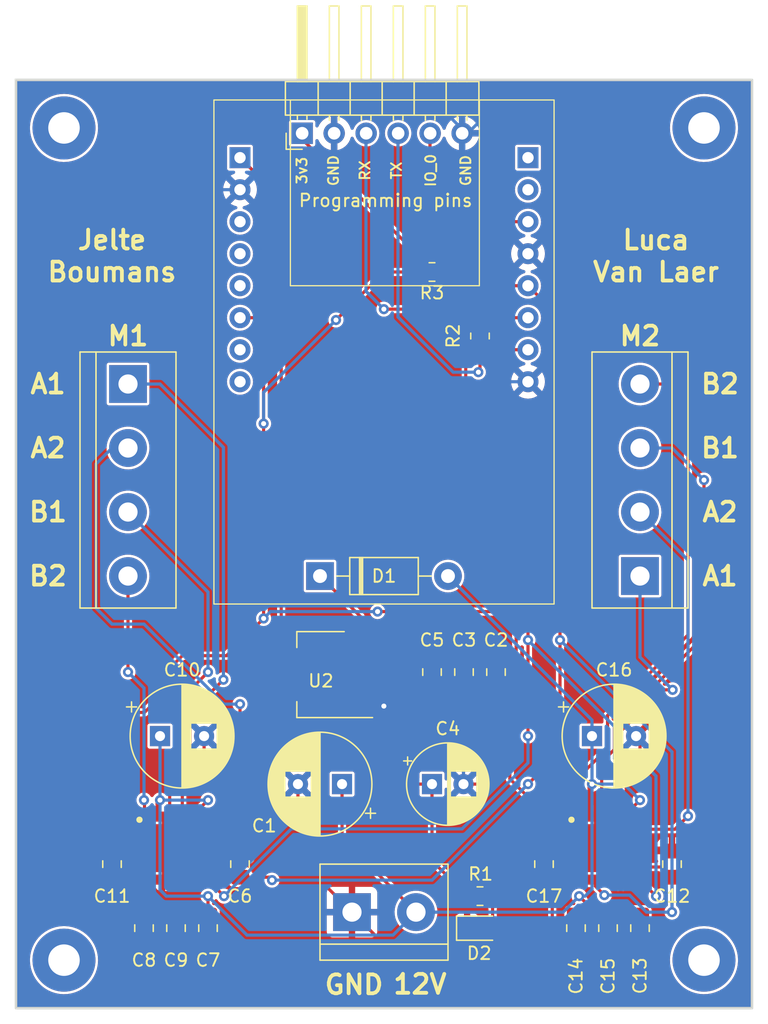
<source format=kicad_pcb>
(kicad_pcb (version 20211014) (generator pcbnew)
  (layers (0 "F.Cu" signal) (31 "B.Cu" signal) (34 "B.Paste" user) (35 "F.Paste" user) (36 "B.SilkS" user "B.Silkscreen") (37 "F.SilkS" user "F.Silkscreen") (38 "B.Mask" user) (39 "F.Mask" user) (44 "Edge.Cuts" user))
  (net 0 "")
  (net 1 "M1A1")
  (net 2 "M1A2")
  (net 3 "M1B1")
  (net 4 "M1B2")
  (net 5 "M2A1")
  (net 6 "M2A2")
  (net 7 "M2B1")
  (net 8 "M2B2")
  (net 9 "GND")
  (net 10 "Vmot")
  (net 12 "Net-(C11-Pad2)")
  (net 13 "Net-(C11-Pad1)")
  (net 14 "Net-(C7-Pad2)")
  (net 19 "RXD")
  (net 20 "3.3V")
  (net 23 "Net-(C17-Pad2)")
  (net 24 "Net-(C17-Pad1)")
  (net 25 "Net-(C13-Pad2)")
  (net 31 "5V")
  (net 32 "Net-(D2-Pad2)")
  (net 33 "Net-(C2-Pad1)")
  (net 34 "FLASH_PIN")
  (net 36 "ENN")
  (net 40 "PROG_PIN")
  (net 41 "TXD")
  (footprint "" (layer "F.Cu") (at 168.91 137.16)
    (fp_text reference "")
    (fp_text value "")
  )
  (footprint "TMC2209-LA:TMC2209-LA" (layer "F.Cu") (at 161.29 128.27)
    (fp_text reference "IC2" hide)
    (fp_text value "TMC2209-LA" hide)
  )
  (footprint "Diode_THT:D_DO-41_SOD81_P10.16mm_Horizontal" (layer "F.Cu") (at 138.43 106.68)
    (fp_text reference "D1")
    (fp_text value "1N4004" hide)
  )
  (footprint "Resistor_SMD:R_0805_2012Metric_Pad1.20x1.40mm_HandSolder" (layer "F.Cu") (at 151.13 87.63 -90)
    (fp_text reference "R2")
    (fp_text value "1kOhm" hide)
  )
  (footprint "Package_TO_SOT_SMD:SOT-223-3_TabPin2" (layer "F.Cu") (at 138.5 114.5 180)
    (fp_text reference "U2")
    (fp_text value "LD1117S50" hide)
  )
  (footprint "Capacitor_SMD:C_0805_2012Metric_Pad1.18x1.45mm_HandSolder" (layer "F.Cu") (at 129.54 134.62 -90)
    (fp_text reference "C7")
    (fp_text value "100nF" hide)
  )
  (footprint "Capacitor_SMD:C_0805_2012Metric_Pad1.18x1.45mm_HandSolder" (layer "F.Cu") (at 127 134.62 -90)
    (fp_text reference "C9")
    (fp_text value "100nF" hide)
  )
  (footprint "Capacitor_SMD:C_0805_2012Metric_Pad1.18x1.45mm_HandSolder" (layer "F.Cu") (at 152.4 114.3 -90)
    (fp_text reference "C2")
    (fp_text value "0.47µF" hide)
  )
  (footprint "" (layer "F.Cu") (at 118.11 71.12)
    (fp_text reference "")
    (fp_text value "")
  )
  (footprint "Capacitor_THT:CP_Radial_D8.0mm_P3.50mm" (layer "F.Cu") (at 125.73 119.38)
    (fp_text reference "C10")
    (fp_text value "100µF" hide)
  )
  (footprint "Connector_PinHeader_2.54mm:PinHeader_1x06_P2.54mm_Horizontal" (layer "F.Cu") (at 137.013682 71.541861 90)
    (fp_text reference "J1" hide)
    (fp_text value "Programming pins")
  )
  (footprint "Capacitor_SMD:C_0805_2012Metric_Pad1.18x1.45mm_HandSolder" (layer "F.Cu") (at 166.37 129.54 90)
    (fp_text reference "C12")
    (fp_text value "100nF" hide)
  )
  (footprint "TerminalBlock:TerminalBlock_bornier-4_P5.08mm" (layer "F.Cu") (at 123.19 91.44 -90)
    (fp_text reference "Motor_ConnectorL" hide)
    (fp_text value "Screw_Terminal_01x04" hide)
  )
  (footprint "ESP32-CAM:ESP32-CAM" (layer "F.Cu") (at 132.08 91.26)
    (fp_text reference "U1" hide)
    (fp_text value "ESP32-CAM" hide)
  )
  (footprint "" (layer "F.Cu") (at 118.11 137.16)
    (fp_text reference "")
    (fp_text value "")
  )
  (footprint "Capacitor_SMD:C_0805_2012Metric_Pad1.18x1.45mm_HandSolder" (layer "F.Cu") (at 124.46 134.62 -90)
    (fp_text reference "C8")
    (fp_text value "100nF" hide)
  )
  (footprint "TerminalBlock:TerminalBlock_bornier-2_P5.08mm" (layer "F.Cu") (at 140.97 133.35)
    (fp_text reference "Power1" hide)
    (fp_text value "Screw_Terminal_01x02" hide)
  )
  (footprint "Capacitor_SMD:C_0805_2012Metric_Pad1.18x1.45mm_HandSolder" (layer "F.Cu") (at 147.32 114.3 -90)
    (fp_text reference "C5")
    (fp_text value "0.1µF" hide)
  )
  (footprint "Capacitor_SMD:C_0805_2012Metric_Pad1.18x1.45mm_HandSolder" (layer "F.Cu") (at 156.21 129.54 90)
    (fp_text reference "C17")
    (fp_text value "22nF" hide)
  )
  (footprint "Capacitor_THT:CP_Radial_D6.3mm_P2.50mm" (layer "F.Cu") (at 147.32 123.19)
    (fp_text reference "C4")
    (fp_text value "10µF" hide)
  )
  (footprint "Capacitor_THT:CP_Radial_D8.0mm_P3.50mm" (layer "F.Cu") (at 140.18 123.19 180)
    (fp_text reference "C1")
    (fp_text value "100µF" hide)
  )
  (footprint "" (layer "F.Cu") (at 168.91 71.12)
    (fp_text reference "")
    (fp_text value "")
  )
  (footprint "Capacitor_SMD:C_0805_2012Metric_Pad1.18x1.45mm_HandSolder" (layer "F.Cu") (at 158.75 134.62 -90)
    (fp_text reference "C14")
    (fp_text value "100nF" hide)
  )
  (footprint "Capacitor_THT:CP_Radial_D8.0mm_P3.50mm" (layer "F.Cu") (at 160.02 119.38)
    (fp_text reference "C16")
    (fp_text value "100µF" hide)
  )
  (footprint "TMC2209-LA:TMC2209-LA" (layer "F.Cu") (at 127 128.27)
    (fp_text reference "IC1" hide)
    (fp_text value "TMC2209-LA" hide)
  )
  (footprint "Capacitor_SMD:C_0805_2012Metric_Pad1.18x1.45mm_HandSolder" (layer "F.Cu") (at 161.29 134.62 -90)
    (fp_text reference "C15")
    (fp_text value "100nF" hide)
  )
  (footprint "LED_SMD:LED_0805_2012Metric_Pad1.15x1.40mm_HandSolder" (layer "F.Cu") (at 151.13 134.62)
    (fp_text reference "D2")
    (fp_text value "LED" hide)
  )
  (footprint "Capacitor_SMD:C_0805_2012Metric_Pad1.18x1.45mm_HandSolder" (layer "F.Cu") (at 149.86 114.3 -90)
    (fp_text reference "C3")
    (fp_text value "0.47µF" hide)
  )
  (footprint "Resistor_SMD:R_0805_2012Metric_Pad1.20x1.40mm_HandSolder" (layer "F.Cu") (at 151.13 132.08)
    (fp_text reference "R1")
    (fp_text value "330 Ohm" hide)
  )
  (footprint "Capacitor_SMD:C_0805_2012Metric_Pad1.18x1.45mm_HandSolder" (layer "F.Cu") (at 121.92 129.54 90)
    (fp_text reference "C11")
    (fp_text value "22nF" hide)
  )
  (footprint "Capacitor_SMD:C_0805_2012Metric_Pad1.18x1.45mm_HandSolder" (layer "F.Cu") (at 163.83 134.62 -90)
    (fp_text reference "C13")
    (fp_text value "100nF" hide)
  )
  (footprint "Capacitor_SMD:C_0805_2012Metric_Pad1.18x1.45mm_HandSolder" (layer "F.Cu") (at 132.08 129.54 90)
    (fp_text reference "C6")
    (fp_text value "100nF" hide)
  )
  (footprint "TerminalBlock:TerminalBlock_bornier-4_P5.08mm" (layer "F.Cu") (at 163.83 106.68 90)
    (fp_text reference "Motor_ConnectorR" hide)
    (fp_text value "Screw_Terminal_01x04" hide)
  )
  (footprint "Resistor_SMD:R_0805_2012Metric_Pad1.20x1.40mm_HandSolder" (layer "F.Cu") (at 147.32 82.55 180)
    (fp_text reference "R3")
    (fp_text value "10kOhm")
  )
  (gr_rect (start 114.3 140.97) (end 172.72 67.31) (layer "Edge.Cuts") (width 0.2) (fill none))
  (gr_text "B1" (at 116.84 101.6) (layer "F.SilkS") (effects (font (size 1.5 1.5) (thickness 0.3))))
  (gr_text "A2" (at 170.18 101.6) (layer "F.SilkS") (effects (font (size 1.5 1.5) (thickness 0.3))))
  (gr_text "B2" (at 170.18 91.44) (layer "F.SilkS") (effects (font (size 1.5 1.5) (thickness 0.3))))
  (gr_text "Luca" (at 165.1 80.01) (layer "F.SilkS") (effects (font (size 1.5 1.5) (thickness 0.3))))
  (gr_text "12V" (at 146.367875 139.072106) (layer "F.SilkS") (effects (font (size 1.5 1.5) (thickness 0.3))))
  (gr_text "3v3" (at 137 74.5 90) (layer "F.SilkS") (effects (font (size 0.8 0.8))))
  (gr_text "Jelte\n" (at 121.92 80.01) (layer "F.SilkS") (effects (font (size 1.5 1.5) (thickness 0.3))))
  (gr_text "IO_0" (at 147.216285 74.491895 90) (layer "F.SilkS") (effects (font (size 0.8 0.8))))
  (gr_text "GND" (at 141.129688 139.110064) (layer "F.SilkS") (effects (font (size 1.5 1.5) (thickness 0.3))))
  (gr_text "A1\n" (at 170.18 106.68) (layer "F.SilkS") (effects (font (size 1.5 1.5) (thickness 0.3))))
  (gr_text "B2" (at 116.84 106.68) (layer "F.SilkS") (effects (font (size 1.5 1.5) (thickness 0.3))))
  (gr_text "Boumans" (at 121.92 82.55) (layer "F.SilkS") (effects (font (size 1.5 1.5) (thickness 0.3))))
  (gr_text "A2" (at 116.84 96.52) (layer "F.SilkS") (effects (font (size 1.5 1.5) (thickness 0.3))))
  (gr_text "M1" (at 123.19 87.63) (layer "F.SilkS") (effects (font (size 1.5 1.5) (thickness 0.3))))
  (gr_text "B1" (at 170.18 96.52) (layer "F.SilkS") (effects (font (size 1.5 1.5) (thickness 0.3))))
  (gr_text "RX" (at 142 74.5 90) (layer "F.SilkS") (effects (font (size 0.8 0.8))))
  (gr_text "GND" (at 139.5 74.5 90) (layer "F.SilkS") (effects (font (size 0.8 0.8))))
  (gr_text "M2" (at 163.83 87.63) (layer "F.SilkS") (effects (font (size 1.5 1.5) (thickness 0.3))))
  (gr_text "TX" (at 144.5 74.5 90) (layer "F.SilkS") (effects (font (size 0.8 0.8))))
  (gr_text "A1\n" (at 116.84 91.44) (layer "F.SilkS") (effects (font (size 1.5 1.5) (thickness 0.3))))
  (gr_text "GND" (at 150 74.5 90) (layer "F.SilkS") (effects (font (size 0.8 0.8))))
  (gr_text "Van Laer" (at 165.1 82.55) (layer "F.SilkS") (effects (font (size 1.5 1.5) (thickness 0.3))))
  (segment (start 128.105 117.563332) (end 130.764126 114.904206) (width 0.25) (layer "F.Cu") (net 1))
  (segment (start 127.5 123.178771) (end 128.105 122.573771) (width 0.25) (layer "F.Cu") (net 1))
  (segment (start 128.105 122.573771) (end 128.105 117.563332) (width 0.25) (layer "F.Cu") (net 1))
  (segment (start 127.5 125.77) (end 127.5 123.178771) (width 0.25) (layer "F.Cu") (net 1))
  (via (at 130.764126 114.904206) (size 0.8) (drill 0.4) (layers "F.Cu" "B.Cu") (net 1))
  (segment (start 130.764126 114.904206) (end 130.764126 96.474126) (width 0.25) (layer "B.Cu") (net 1))
  (segment (start 130.764126 96.474126) (end 125.73 91.44) (width 0.25) (layer "B.Cu") (net 1))
  (segment (start 125.73 91.44) (end 123.19 91.44) (width 0.25) (layer "B.Cu") (net 1))
  (segment (start 129.77 126.77) (end 132.08 124.46) (width 0.25) (layer "F.Cu") (net 2))
  (segment (start 129.5 126.77) (end 129.77 126.77) (width 0.25) (layer "F.Cu") (net 2))
  (segment (start 132.08 124.46) (end 132.08 116.84) (width 0.25) (layer "F.Cu") (net 2))
  (via (at 132.08 116.84) (size 0.8) (drill 0.4) (layers "F.Cu" "B.Cu") (net 2))
  (segment (start 124.46 110.49) (end 121.92 110.49) (width 0.25) (layer "B.Cu") (net 2))
  (segment (start 120.65 109.22) (end 120.65 97.79) (width 0.25) (layer "B.Cu") (net 2))
  (segment (start 120.65 97.79) (end 121.92 96.52) (width 0.25) (layer "B.Cu") (net 2))
  (segment (start 121.92 110.49) (end 120.65 109.22) (width 0.25) (layer "B.Cu") (net 2))
  (segment (start 132.08 116.84) (end 130.81 116.84) (width 0.25) (layer "B.Cu") (net 2))
  (segment (start 130.81 116.84) (end 124.46 110.49) (width 0.25) (layer "B.Cu") (net 2))
  (segment (start 121.92 96.52) (end 123.19 96.52) (width 0.25) (layer "B.Cu") (net 2))
  (segment (start 126.5 125.77) (end 126.5 122.356794) (width 0.25) (layer "F.Cu") (net 3))
  (segment (start 127.221391 121.635403) (end 127.221391 116.618609) (width 0.25) (layer "F.Cu") (net 3))
  (segment (start 126.5 122.356794) (end 127.221391 121.635403) (width 0.25) (layer "F.Cu") (net 3))
  (segment (start 127.221391 116.618609) (end 129.54 114.3) (width 0.25) (layer "F.Cu") (net 3))
  (via (at 129.54 114.3) (size 0.8) (drill 0.4) (layers "F.Cu" "B.Cu") (net 3))
  (segment (start 129.54 107.95) (end 123.19 101.6) (width 0.25) (layer "B.Cu") (net 3))
  (segment (start 129.54 114.3) (end 129.54 107.95) (width 0.25) (layer "B.Cu") (net 3))
  (segment (start 124.5 126.77) (end 124.5 124.5) (width 0.25) (layer "F.Cu") (net 4))
  (segment (start 123.19 106.68) (end 123.19 114.3) (width 0.25) (layer "F.Cu") (net 4))
  (segment (start 124.5 124.5) (end 124.46 124.46) (width 0.25) (layer "F.Cu") (net 4))
  (via (at 123.19 114.3) (size 0.8) (drill 0.4) (layers "F.Cu" "B.Cu") (net 4))
  (via (at 124.46 124.46) (size 0.8) (drill 0.4) (layers "F.Cu" "B.Cu") (net 4))
  (segment (start 124.46 115.57) (end 123.19 114.3) (width 0.25) (layer "B.Cu") (net 4))
  (segment (start 124.46 124.46) (end 124.46 115.57) (width 0.25) (layer "B.Cu") (net 4))
  (segment (start 162.284865 124.343434) (end 162.284865 119.009792) (width 0.25) (layer "F.Cu") (net 5))
  (segment (start 165.585537 115.70912) (end 166.42061 115.70912) (width 0.25) (layer "F.Cu") (net 5))
  (segment (start 161.79 124.838299) (end 162.284865 124.343434) (width 0.25) (layer "F.Cu") (net 5))
  (segment (start 161.79 125.77) (end 161.79 124.838299) (width 0.25) (layer "F.Cu") (net 5))
  (segment (start 162.284865 119.009792) (end 165.585537 115.70912) (width 0.25) (layer "F.Cu") (net 5))
  (via (at 166.42061 115.70912) (size 0.8) (drill 0.4) (layers "F.Cu" "B.Cu") (net 5))
  (segment (start 163.83 113.11851) (end 166.42061 115.70912) (width 0.25) (layer "B.Cu") (net 5))
  (segment (start 163.83 106.68) (end 163.83 113.11851) (width 0.25) (layer "B.Cu") (net 5))
  (segment (start 166.6 126.77) (end 167.64 125.73) (width 0.25) (layer "F.Cu") (net 6))
  (segment (start 163.79 126.77) (end 166.6 126.77) (width 0.25) (layer "F.Cu") (net 6))
  (via (at 167.64 125.73) (size 0.8) (drill 0.4) (layers "F.Cu" "B.Cu") (net 6))
  (segment (start 167.64 105.41) (end 167.64 125.73) (width 0.25) (layer "B.Cu") (net 6))
  (segment (start 163.83 101.6) (end 167.64 105.41) (width 0.25) (layer "B.Cu") (net 6))
  (segment (start 161.795219 118.588449) (end 168.91 111.473668) (width 0.25) (layer "F.Cu") (net 7))
  (segment (start 160.79 125.77) (end 160.79 121.444716) (width 0.25) (layer "F.Cu") (net 7))
  (segment (start 161.795219 120.439497) (end 161.795219 118.588449) (width 0.25) (layer "F.Cu") (net 7))
  (segment (start 168.91 111.473668) (end 168.91 99.06) (width 0.25) (layer "F.Cu") (net 7))
  (segment (start 160.79 121.444716) (end 161.795219 120.439497) (width 0.25) (layer "F.Cu") (net 7))
  (via (at 168.91 99.06) (size 0.8) (drill 0.4) (layers "F.Cu" "B.Cu") (net 7))
  (segment (start 166.37 96.52) (end 168.91 99.06) (width 0.25) (layer "B.Cu") (net 7))
  (segment (start 163.83 96.52) (end 166.37 96.52) (width 0.25) (layer "B.Cu") (net 7))
  (segment (start 167.64 111.35188) (end 161.255373 117.736507) (width 0.25) (layer "F.Cu") (net 8))
  (segment (start 161.255373 117.736507) (end 161.255373 120.342947) (width 0.25) (layer "F.Cu") (net 8))
  (segment (start 166.37 91.44) (end 167.64 92.71) (width 0.25) (layer "F.Cu") (net 8))
  (segment (start 158.79 122.80832) (end 158.79 126.77) (width 0.25) (layer "F.Cu") (net 8))
  (segment (start 161.255373 120.342947) (end 158.79 122.80832) (width 0.25) (layer "F.Cu") (net 8))
  (segment (start 163.83 91.44) (end 166.37 91.44) (width 0.25) (layer "F.Cu") (net 8))
  (segment (start 167.64 92.71) (end 167.64 111.35188) (width 0.25) (layer "F.Cu") (net 8))
  (segment (start 163.83 119.69) (end 163.83 123.434695) (width 0.25) (layer "F.Cu") (net 9))
  (segment (start 140.97 133.35) (end 136.1225 128.5025) (width 0.25) (layer "F.Cu") (net 9))
  (segment (start 166.6025 128.27) (end 166.37 128.5025) (width 0.25) (layer "F.Cu") (net 9))
  (segment (start 128 129.27) (end 127 128.27) (width 0.25) (layer "F.Cu") (net 9))
  (segment (start 129.23 122.23) (end 128 123.46) (width 0.25) (layer "F.Cu") (net 9))
  (segment (start 158.79 127.77) (end 160.79 127.77) (width 0.25) (layer "F.Cu") (net 9))
  (segment (start 136.68 123.19) (end 136.68 126.21) (width 0.25) (layer "F.Cu") (net 9))
  (segment (start 161.3425 135.6575) (end 162.25452 134.74548) (width 0.25) (layer "F.Cu") (net 9))
  (segment (start 141.65 116.8) (end 143.3 116.8) (width 0.25) (layer "F.Cu") (net 9))
  (segment (start 166.1375 128.27) (end 166.37 128.5025) (width 0.25) (layer "F.Cu") (net 9))
  (segment (start 163.83 123.434695) (end 162.29 124.974695) (width 0.25) (layer "F.Cu") (net 9))
  (segment (start 126 131.754888) (end 126 130.77) (width 0.25) (layer "F.Cu") (net 9))
  (segment (start 165.74548 134.74548) (end 166.161044 135.161044) (width 0.25) (layer "F.Cu") (net 9))
  (segment (start 136.68 126.21) (end 134.3875 128.5025) (width 0.25) (layer "F.Cu") (net 9))
  (segment (start 162.25452 134.74548) (end 165.74548 134.74548) (width 0.25) (layer "F.Cu") (net 9))
  (segment (start 126.032179 131.787067) (end 126 131.754888) (width 0.25) (layer "F.Cu") (net 9))
  (segment (start 155.53 127.59) (end 155.91 127.59) (width 0.25) (layer "F.Cu") (net 9))
  (segment (start 149.82 123.19) (end 151.19 123.19) (width 0.25) (layer "F.Cu") (net 9))
  (segment (start 151.19 123.19) (end 155.59 127.59) (width 0.25) (layer "F.Cu") (net 9))
  (segment (start 163.79 128.27) (end 166.1375 128.27) (width 0.25) (layer "F.Cu") (net 9))
  (segment (start 140.97 133.35) (end 145.337339 137.717339) (width 0.25) (layer "F.Cu") (net 9))
  (segment (start 155.59 127.59) (end 155.91 127.59) (width 0.25) (layer "F.Cu") (net 9))
  (segment (start 134.3875 128.5025) (end 132.08 128.5025) (width 0.25) (layer "F.Cu") (net 9))
  (segment (start 168.425932 132.896155) (end 168.425932 129.055932) (width 0.25) (layer "F.Cu") (net 9))
  (segment (start 126 125.77) (end 126 127.27) (width 0.25) (layer "F.Cu") (net 9))
  (segment (start 145.337339 137.717339) (end 149.302661 137.717339) (width 0.25) (layer "F.Cu") (net 9))
  (segment (start 160.79 130.77) (end 160.79 128.77) (width 0.25) (layer "F.Cu") (net 9))
  (segment (start 128 125.77) (end 128 127.27) (width 0.25) (layer "F.Cu") (net 9))
  (segment (start 161.29 135.6575) (end 158.75 135.6575) (width 0.25) (layer "F.Cu") (net 9))
  (segment (start 126.5 128.77) (end 127 128.27) (width 0.25) (layer "F.Cu") (net 9))
  (segment (start 122.859295 132.976899) (end 123.463654 132.37254) (width 0.25) (layer "F.Cu") (net 9))
  (segment (start 126 130.77) (end 126 129.27) (width 0.25) (layer "F.Cu") (net 9))
  (segment (start 149.86 115.3375) (end 152.4 115.3375) (width 0.25) (layer "F.Cu") (net 9))
  (segment (start 163.604748 137.717339) (end 168.425932 132.896155) (width 0.25) (layer "F.Cu") (net 9))
  (segment (start 125.446706 132.37254) (end 126.032179 131.787067) (width 0.25) (layer "F.Cu") (net 9))
  (segment (start 157.128173 127.795) (end 158.765 127.795) (width 0.25) (layer "F.Cu") (net 9))
  (segment (start 160.29 125.77) (end 160.29 127.27) (width 0.25) (layer "F.Cu") (net 9))
  (segment (start 126 127.27) (end 127 128.27) (width 0.25) (layer "F.Cu") (net 9))
  (segment (start 161.29 135.6575) (end 161.3425 135.6575) (width 0.25) (layer "F.Cu") (net 9))
  (segment (start 149.82 117.8375) (end 147.32 115.3375) (width 0.25) (layer "F.Cu") (net 9))
  (segment (start 128 123.46) (end 128 125.77) (width 0.25) (layer "F.Cu") (net 9))
  (segment (start 162.29 125.77) (end 162.29 127.27) (width 0.25) (layer "F.Cu") (net 9))
  (segment (start 132.08 128.5025) (end 131.3125 129.27) (width 0.25) (layer "F.Cu") (net 9))
  (segment (start 129.5 127.27) (end 128 127.27) (width 0.25) (layer "F.Cu") (net 9))
  (segment (start 155.91 127.59) (end 156.923173 127.59) (width 0.25) (layer "F.Cu") (net 9))
  (segment (start 129.23 119.38) (end 129.23 122.23) (width 0.25) (layer "F.Cu") (net 9))
  (segment (start 126.5 130.77) (end 126.5 128.77) (width 0.25) (layer "F.Cu") (net 9))
  (segment (start 147.32 115.3375) (end 149.86 115.3375) (width 0.25) (layer "F.Cu") (net 9))
  (segment (start 156.923173 127.59) (end 157.128173 127.795) (width 0.25) (layer "F.Cu") (net 9))
  (segment (start 124.46 135.6575) (end 127 135.6575) (width 0.25) (layer "F.Cu") (net 9))
  (segment (start 131.3125 129.27) (end 129.5 129.27) (width 0.25) (layer "F.Cu") (net 9))
  (segment (start 128 130.77) (end 128 129.27) (width 0.25) (layer "F.Cu") (net 9))
  (segment (start 161.29 128.27) (end 163.79 128.27) (width 0.25) (layer "F.Cu") (net 9))
  (segment (start 136.1225 128.5025) (end 134.3875 128.5025) (width 0.25) (layer "F.Cu") (net 9))
  (segment (start 126 129.27) (end 127 128.27) (width 0.25) (layer "F.Cu") (net 9))
  (segment (start 149.82 123.19) (end 149.82 117.8375) (width 0.25) (layer "F.Cu") (net 9))
  (segment (start 129.5 127.77) (end 127.5 127.77) (width 0.25) (layer "F.Cu") (net 9))
  (segment (start 163.79 127.27) (end 162.29 127.27) (width 0.25) (layer "F.Cu") (net 9))
  (segment (start 150.105 136.915) (end 149.302661 137.717339) (width 0.25) (layer "F.Cu") (net 9))
  (segment (start 129.5 129.27) (end 128 129.27) (width 0.25) (layer "F.Cu") (net 9))
  (segment (start 163.52 119.38) (end 163.83 119.69) (width 0.25) (layer "F.Cu") (net 9))
  (segment (start 167.64 128.27) (end 166.6025 128.27) (width 0.25) (layer "F.Cu") (net 9))
  (segment (start 150.105 134.62) (end 150.105 136.915) (width 0.25) (layer "F.Cu") (net 9))
  (segment (start 162.29 124.974695) (end 162.29 125.77) (width 0.25) (layer "F.Cu") (net 9))
  (segment (start 124.46 135.6575) (end 123.311323 135.6575) (width 0.25) (layer "F.Cu") (net 9))
  (segment (start 163.79 127.77) (end 161.79 127.77) (width 0.25) (layer "F.Cu") (net 9))
  (segment (start 143.3 116.8) (end 143.5 117) (width 0.25) (layer "F.Cu") (net 9))
  (segment (start 123.463654 132.37254) (end 125.446706 132.37254) (width 0.25) (layer "F.Cu") (net 9))
  (segment (start 162.29 130.77) (end 162.29 129.27) (width 0.25) (layer "F.Cu") (net 9))
  (segment (start 124.5 127.77) (end 126.5 127.77) (width 0.25) (layer "F.Cu") (net 9))
  (segment (start 149.302661 137.717339) (end 163.604748 137.717339) (width 0.25) (layer "F.Cu") (net 9))
  (segment (start 129.5 128.27) (end 127 128.27) (width 0.25) (layer "F.Cu") (net 9))
  (segment (start 123.311323 135.6575) (end 122.859295 135.205472) (width 0.25) (layer "F.Cu") (net 9))
  (segment (start 168.425932 129.055932) (end 167.64 128.27) (width 0.25) (layer "F.Cu") (net 9))
  (segment (start 158.765 127.795) (end 158.79 127.77) (width 0.25) (layer "F.Cu") (net 9))
  (segment (start 163.79 129.27) (end 162.29 129.27) (width 0.25) (layer "F.Cu") (net 9))
  (segment (start 122.859295 135.205472) (end 122.859295 132.976899) (width 0.25) (layer "F.Cu") (net 9))
  (via (at 143.5 117) (size 0.8) (drill 0.4) (layers "F.Cu" "B.Cu") (net 9))
  (segment (start 154.94 81.1) (end 157.5 78.54) (width 0.25) (layer "B.Cu") (net 9))
  (segment (start 152.4 83.64) (end 154.94 81.1) (width 0.25) (layer "B.Cu") (net 9))
  (segment (start 148.35 69.85) (end 139.7 69.85) (width 0.25) (layer "B.Cu") (net 9))
  (segment (start 130.52 76.02) (end 132.08 76.02) (width 0.25) (layer "B.Cu") (net 9))
  (segment (start 157.5 72) (end 156 70.5) (width 0.25) (layer "B.Cu") (net 9))
  (segment (start 153.49 91.26) (end 152.4 90.17) (width 0.25) (layer "B.Cu") (net 9))
  (segment (start 147.165 116.835) (end 147.165 116.335) (width 0.25) (layer "B.Cu") (net 9))
  (segment (start 151.2 70.5) (end 149.7 72) (width 0.25) (layer "B.Cu") (net 9))
  (segment (start 154.94 91.26) (end 147.165 99.035) (width 0.25) (layer "B.Cu") (net 9))
  (segment (start 131.65 69.85) (end 130 71.5) (width 0.25) (layer "B.Cu") (net 9))
  (segment (start 139.553682 69.996318) (end 139.7 69.85) (width 0.25) (layer "B.Cu") (net 9))
  (segment (start 147.165 99.035) (end 147.165 116.335) (width 0.25) (layer "B.Cu") (net 9))
  (segment (start 149.7 71.2) (end 148.35 69.85) (width 0.25) (layer "B.Cu") (net 9))
  (segment (start 152.4 90.17) (end 152.4 83.64) (width 0.25) (layer "B.Cu") (net 9))
  (segment (start 149.7 72) (end 149.7 71.2) (width 0.25) (layer "B.Cu") (net 9))
  (segment (start 147 117) (end 147.165 116.835) (width 0.25) (layer "B.Cu") (net 9))
  (segment (start 156 70.5) (end 151.2 70.5) (width 0.25) (layer "B.Cu") (net 9))
  (segment (start 139.553682 71.541861) (end 139.553682 69.996318) (width 0.25) (layer "B.Cu") (net 9))
  (segment (start 149.82 121.99) (end 149.82 123.19) (width 0.25) (layer "B.Cu") (net 9))
  (segment (start 154.94 91.26) (end 153.49 91.26) (width 0.25) (layer "B.Cu") (net 9))
  (segment (start 157.5 78.54) (end 157.5 72) (width 0.25) (layer "B.Cu") (net 9))
  (segment (start 147.165 119.335) (end 149.82 121.99) (width 0.25) (layer "B.Cu") (net 9))
  (segment (start 147.165 116.335) (end 147.165 119.335) (width 0.25) (layer "B.Cu") (net 9))
  (segment (start 143.5 117) (end 147 117) (width 0.25) (layer "B.Cu") (net 9))
  (segment (start 139.7 69.85) (end 131.65 69.85) (width 0.25) (layer "B.Cu") (net 9))
  (segment (start 130 71.5) (end 130 75.5) (width 0.25) (layer "B.Cu") (net 9))
  (segment (start 130 75.5) (end 130.52 76.02) (width 0.25) (layer "B.Cu") (net 9))
  (segment (start 125.5 125.77) (end 125.5 124.69) (width 0.25) (layer "F.Cu") (net 10))
  (segment (start 159 132.08) (end 160.5025 133.5825) (width 0.25) (layer "F.Cu") (net 10))
  (segment (start 160.5025 133.5825) (end 163.83 133.5825) (width 0.25) (layer "F.Cu") (net 10))
  (segment (start 140.18 127.48) (end 140.18 123.19) (width 0.25) (layer "F.Cu") (net 10))
  (segment (start 158.75 133.5825) (end 161.29 133.5825) (width 0.25) (layer "F.Cu") (net 10))
  (segment (start 160.02 123.19) (end 159.79 123.42) (width 0.25) (layer "F.Cu") (net 10))
  (segment (start 162.79 125.77) (end 162.79 125.5) (width 0.25) (layer "F.Cu") (net 10))
  (segment (start 161.29 133.5825) (end 163.83 133.5825) (width 0.25) (layer "F.Cu") (net 10))
  (segment (start 128.5 125.5) (end 129.54 124.46) (width 0.25) (layer "F.Cu") (net 10))
  (segment (start 128.5 125.77) (end 128.5 125.5) (width 0.25) (layer "F.Cu") (net 10))
  (segment (start 129.54 132.08) (end 129.54 133.5825) (width 0.25) (layer "F.Cu") (net 10))
  (segment (start 162.79 125.5) (end 163.83 124.46) (width 0.25) (layer "F.Cu") (net 10))
  (segment (start 124.46 133.5825) (end 127 133.5825) (width 0.25) (layer "F.Cu") (net 10))
  (segment (start 127 133.5825) (end 129.54 133.5825) (width 0.25) (layer "F.Cu") (net 10))
  (segment (start 159.79 123.42) (end 159.79 125.77) (width 0.25) (layer "F.Cu") (net 10))
  (segment (start 146.05 133.35) (end 140.18 127.48) (width 0.25) (layer "F.Cu") (net 10))
  (segment (start 125.73 124.46) (end 125.5 124.69) (width 0.25) (layer "F.Cu") (net 10))
  (via (at 163.83 124.46) (size 0.8) (drill 0.4) (layers "F.Cu" "B.Cu") (net 10))
  (via (at 129.54 132.08) (size 0.8) (drill 0.4) (layers "F.Cu" "B.Cu") (net 10))
  (via (at 125.73 124.46) (size 0.8) (drill 0.4) (layers "F.Cu" "B.Cu") (net 10))
  (via (at 160.02 123.19) (size 0.8) (drill 0.4) (layers "F.Cu" "B.Cu") (net 10))
  (via (at 129.54 124.46) (size 0.8) (drill 0.4) (layers "F.Cu" "B.Cu") (net 10))
  (via (at 159 132.08) (size 0.8) (drill 0.4) (layers "F.Cu" "B.Cu") (net 10))
  (segment (start 160.02 119.38) (end 160.02 123.19) (width 0.25) (layer "B.Cu") (net 10))
  (segment (start 129.54 124.46) (end 125.73 124.46) (width 0.25) (layer "B.Cu") (net 10))
  (segment (start 159.469348 132.08) (end 160.02 131.529348) (width 0.25) (layer "B.Cu") (net 10))
  (segment (start 148.59 106.68) (end 160.02 118.11) (width 0.25) (layer "B.Cu") (net 10))
  (segment (start 157.73 133.35) (end 146.05 133.35) (width 0.25) (layer "B.Cu") (net 10))
  (segment (start 125.73 119.38) (end 125.73 124.46) (width 0.25) (layer "B.Cu") (net 10))
  (segment (start 125.73 124.46) (end 125.73 131.583017) (width 0.25) (layer "B.Cu") (net 10))
  (segment (start 125.73 131.583017) (end 126.226983 132.08) (width 0.25) (layer "B.Cu") (net 10))
  (segment (start 162.56 123.19) (end 163.83 124.46) (width 0.25) (layer "B.Cu") (net 10))
  (segment (start 160.02 131.529348) (end 160.02 123.19) (width 0.25) (layer "B.Cu") (net 10))
  (segment (start 160.02 123.19) (end 162.56 123.19) (width 0.25) (layer "B.Cu") (net 10))
  (segment (start 146.05 133.35) (end 144.225 135.175) (width 0.25) (layer "B.Cu") (net 10))
  (segment (start 159 132.08) (end 157.73 133.35) (width 0.25) (layer "B.Cu") (net 10))
  (segment (start 144.225 135.175) (end 132.635 135.175) (width 0.25) (layer "B.Cu") (net 10))
  (segment (start 159 132.08) (end 159.469348 132.08) (width 0.25) (layer "B.Cu") (net 10))
  (segment (start 126.226983 132.08) (end 129.54 132.08) (width 0.25) (layer "B.Cu") (net 10))
  (segment (start 132.635 135.175) (end 129.54 132.08) (width 0.25) (layer "B.Cu") (net 10))
  (segment (start 160.02 118.11) (end 160.02 119.38) (width 0.25) (layer "B.Cu") (net 10))
  (segment (start 121.92 128.5025) (end 122.9575 128.5025) (width 0.25) (layer "F.Cu") (net 12))
  (segment (start 122.9575 128.5025) (end 123.19 128.27) (width 0.25) (layer "F.Cu") (net 12))
  (segment (start 123.19 128.27) (end 124.5 128.27) (width 0.25) (layer "F.Cu") (net 12))
  (segment (start 121.92 130.5775) (end 123.7275 128.77) (width 0.25) (layer "F.Cu") (net 13))
  (segment (start 123.7275 128.77) (end 124.5 128.77) (width 0.25) (layer "F.Cu") (net 13))
  (segment (start 129.54 135.6575) (end 129.54 136.664725) (width 0.25) (layer "F.Cu") (net 14))
  (segment (start 129.54 136.664725) (end 129.31838 136.886345) (width 0.25) (layer "F.Cu") (net 14))
  (segment (start 122.141619 132.599174) (end 123.595857 131.144936) (width 0.25) (layer "F.Cu") (net 14))
  (segment (start 123.595857 131.144936) (end 123.595857 129.653838) (width 0.25) (layer "F.Cu") (net 14))
  (segment (start 123.067043 136.886345) (end 122.141619 135.960921) (width 0.25) (layer "F.Cu") (net 14))
  (segment (start 122.141619 135.960921) (end 122.141619 132.599174) (width 0.25) (layer "F.Cu") (net 14))
  (segment (start 123.979695 129.27) (end 124.5 129.27) (width 0.25) (layer "F.Cu") (net 14))
  (segment (start 123.595857 129.653838) (end 123.979695 129.27) (width 0.25) (layer "F.Cu") (net 14))
  (segment (start 129.31838 136.886345) (end 123.067043 136.886345) (width 0.25) (layer "F.Cu") (net 14))
  (segment (start 151.13 86.63) (end 150.37 86.63) (width 0.25) (layer "F.Cu") (net 19))
  (segment (start 150 85.5) (end 151.13 86.63) (width 0.25) (layer "F.Cu") (net 19))
  (segment (start 143.5 85.5) (end 150 85.5) (width 0.25) (layer "F.Cu") (net 19))
  (segment (start 150 87) (end 150 92) (width 0.25) (layer "F.Cu") (net 19))
  (segment (start 151.13 86.63) (end 151.58 86.18) (width 0.25) (layer "F.Cu") (net 19))
  (segment (start 151 93) (end 151 102.736437) (width 0.25) (layer "F.Cu") (net 19))
  (segment (start 162.79 130.77) (end 163.79 130.77) (width 0.25) (layer "F.Cu") (net 19))
  (segment (start 151.58 86.18) (end 154.94 86.18) (width 0.25) (layer "F.Cu") (net 19))
  (segment (start 150.37 86.63) (end 150 87) (width 0.25) (layer "F.Cu") (net 19))
  (segment (start 150 92) (end 151 93) (width 0.25) (layer "F.Cu") (net 19))
  (segment (start 129.5 130.77) (end 130.81 132.08) (width 0.25) (layer "F.Cu") (net 19))
  (segment (start 163.79 130.77) (end 165.1 132.08) (width 0.25) (layer "F.Cu") (net 19))
  (segment (start 154.94 106.68) (end 154.94 119.38) (width 0.25) (layer "F.Cu") (net 19))
  (segment (start 151 102.736437) (end 151.158175 102.894612) (width 0.25) (layer "F.Cu") (net 19))
  (segment (start 151.13 102.87) (end 154.94 106.68) (width 0.25) (layer "F.Cu") (net 19))
  (segment (start 128.5 130.77) (end 129.5 130.77) (width 0.25) (layer "F.Cu") (net 19))
  (via (at 130.81 132.08) (size 0.8) (drill 0.4) (layers "F.Cu" "B.Cu") (net 19))
  (via (at 154.94 111.76) (size 0.8) (drill 0.4) (layers "F.Cu" "B.Cu") (net 19))
  (via (at 154.94 119.38) (size 0.8) (drill 0.4) (layers "F.Cu" "B.Cu") (net 19))
  (via (at 165.1 132.08) (size 0.8) (drill 0.4) (layers "F.Cu" "B.Cu") (net 19))
  (via (at 143.5 85.5) (size 0.8) (drill 0.4) (layers "F.Cu" "B.Cu") (net 19))
  (segment (start 149.701813 126.743827) (end 154.94 121.50564) (width 0.25) (layer "B.Cu") (net 19))
  (segment (start 165.1 132.08) (end 165.1 122.550991) (width 0.25) (layer "B.Cu") (net 19))
  (segment (start 142.08 84.08) (end 143.5 85.5) (width 0.25) (layer "B.Cu") (net 19))
  (segment (start 165.1 122.550991) (end 164.469009 121.92) (width 0.25) (layer "B.Cu") (net 19))
  (segment (start 162.56 121.92) (end 161.810375 121.170375) (width 0.25) (layer "B.Cu") (net 19))
  (segment (start 161.810375 121.170375) (end 161.810375 120.708525) (width 0.25) (layer "B.Cu") (net 19))
  (segment (start 136.146173 126.743827) (end 149.701813 126.743827) (width 0.25) (layer "B.Cu") (net 19))
  (segment (start 164.469009 121.92) (end 162.56 121.92) (width 0.25) (layer "B.Cu") (net 19))
  (segment (start 161.810375 118.630375) (end 154.94 111.76) (width 0.25) (layer "B.Cu") (net 19))
  (segment (start 161.810375 120.708525) (end 161.810375 118.630375) (width 0.25) (layer "B.Cu") (net 19))
  (segment (start 130.81 132.08) (end 136.146173 126.743827) (width 0.25) (layer "B.Cu") (net 19))
  (segment (start 142.08 72) (end 142.08 84.08) (width 0.25) (layer "B.Cu") (net 19))
  (segment (start 154.94 121.50564) (end 154.94 119.38) (width 0.25) (layer "B.Cu") (net 19))
  (segment (start 163.79 129.77) (end 165.5625 129.77) (width 0.25) (layer "F.Cu") (net 20))
  (segment (start 151 82.5) (end 148.37 82.5) (width 0.25) (layer "F.Cu") (net 20))
  (segment (start 152.14 83.64) (end 154.94 83.64) (width 0.25) (layer "F.Cu") (net 20))
  (segment (start 137 72) (end 145.5 80.5) (width 0.25) (layer "F.Cu") (net 20))
  (segment (start 148.37 82.5) (end 148.32 82.55) (width 0.25) (layer "F.Cu") (net 20))
  (segment (start 131.2725 129.77) (end 132.08 130.5775) (width 0.25) (layer "F.Cu") (net 20))
  (segment (start 157.48 120.65) (end 154.94 123.19) (width 0.25) (layer "F.Cu") (net 20))
  (segment (start 129.5 129.77) (end 131.2725 129.77) (width 0.25) (layer "F.Cu") (net 20))
  (segment (start 165.5625 129.77) (end 166.37 130.5775) (width 0.25) (layer "F.Cu") (net 20))
  (segment (start 160.29 130.77) (end 160.29 131.29) (width 0.25) (layer "F.Cu") (net 20))
  (segment (start 166.37 130.5775) (end 166.37 133.35) (width 0.25) (layer "F.Cu") (net 20))
  (segment (start 134.62 130.81) (end 134.3875 130.5775) (width 0.25) (layer "F.Cu") (net 20))
  (segment (start 157.48 86.18) (end 157.48 111.76) (width 0.25) (layer "F.Cu") (net 20))
  (segment (start 157.48 111.76) (end 157.48 120.65) (width 0.25) (layer "F.Cu") (net 20))
  (segment (start 132.08 130.5775) (end 134.3875 130.5775) (width 0.25) (layer "F.Cu") (net 20))
  (segment (start 146.27 80.5) (end 148.32 82.55) (width 0.25) (layer "F.Cu") (net 20))
  (segment (start 145.5 80.5) (end 146.27 80.5) (width 0.25) (layer "F.Cu") (net 20))
  (segment (start 151 82.5) (end 152.14 83.64) (width 0.25) (layer "F.Cu") (net 20))
  (segment (start 154.94 83.64) (end 157.48 86.18) (width 0.25) (layer "F.Cu") (net 20))
  (segment (start 160.29 131.29) (end 161 132) (width 0.25) (layer "F.Cu") (net 20))
  (via (at 157.48 111.76) (size 0.8) (drill 0.4) (layers "F.Cu" "B.Cu") (net 20))
  (via (at 154.94 123.19) (size 0.8) (drill 0.4) (layers "F.Cu" "B.Cu") (net 20))
  (via (at 166.37 133.35) (size 0.8) (drill 0.4) (layers "F.Cu" "B.Cu") (net 20))
  (via (at 161 132) (size 0.8) (drill 0.4) (layers "F.Cu" "B.Cu") (net 20))
  (via (at 134.62 130.81) (size 0.8) (drill 0.4) (layers "F.Cu" "B.Cu") (net 20))
  (segment (start 134.62 130.81) (end 147.32 130.81) (width 0.25) (layer "B.Cu") (net 20))
  (segment (start 166.37 120.639009) (end 157.48 111.749009) (width 0.25) (layer "B.Cu") (net 20))
  (segment (start 164.35 133.35) (end 166.37 133.35) (width 0.25) (layer "B.Cu") (net 20))
  (segment (start 161 132) (end 163 132) (width 0.25) (layer "B.Cu") (net 20))
  (segment (start 163 132) (end 164.35 133.35) (width 0.25) (layer "B.Cu") (net 20))
  (segment (start 147.32 130.81) (end 154.94 123.19) (width 0.25) (layer "B.Cu") (net 20))
  (segment (start 166.37 133.35) (end 166.37 120.639009) (width 0.25) (layer "B.Cu") (net 20))
  (segment (start 157.767916 128.264984) (end 157.772932 128.27) (width 0.25) (layer "F.Cu") (net 23))
  (segment (start 157.5304 128.5025) (end 157.767916 128.264984) (width 0.25) (layer "F.Cu") (net 23))
  (segment (start 156.21 128.5025) (end 157.5304 128.5025) (width 0.25) (layer "F.Cu") (net 23))
  (segment (start 157.772932 128.27) (end 158.79 128.27) (width 0.25) (layer "F.Cu") (net 23))
  (segment (start 157.254296 129.415) (end 157.899296 128.77) (width 0.25) (layer "F.Cu") (net 24))
  (segment (start 156.21 130.05875) (end 156.85375 129.415) (width 0.25) (layer "F.Cu") (net 24))
  (segment (start 156.21 130.5775) (end 156.21 130.05875) (width 0.25) (layer "F.Cu") (net 24))
  (segment (start 156.85375 129.415) (end 157.254296 129.415) (width 0.25) (layer "F.Cu") (net 24))
  (segment (start 157.899296 128.77) (end 158.79 128.77) (width 0.25) (layer "F.Cu") (net 24))
  (segment (start 156.866393 132.287357) (end 157.654703 131.499047) (width 0.25) (layer "F.Cu") (net 25))
  (segment (start 163.608772 137.018353) (end 157.857919 137.018353) (width 0.25) (layer "F.Cu") (net 25))
  (segment (start 156.866393 136.026827) (end 156.866393 132.287357) (width 0.25) (layer "F.Cu") (net 25))
  (segment (start 163.83 136.797125) (end 163.608772 137.018353) (width 0.25) (layer "F.Cu") (net 25))
  (segment (start 157.654703 129.705297) (end 158.09 129.27) (width 0.25) (layer "F.Cu") (net 25))
  (segment (start 158.09 129.27) (end 158.79 129.27) (width 0.25) (layer "F.Cu") (net 25))
  (segment (start 157.654703 131.499047) (end 157.654703 129.705297) (width 0.25) (layer "F.Cu") (net 25))
  (segment (start 163.83 135.6575) (end 163.83 136.797125) (width 0.25) (layer "F.Cu") (net 25))
  (segment (start 157.857919 137.018353) (end 156.866393 136.026827) (width 0.25) (layer "F.Cu") (net 25))
  (segment (start 147.32 129.27) (end 147.32 123.19) (width 0.25) (layer "F.Cu") (net 31))
  (segment (start 150.13 132.08) (end 147.32 129.27) (width 0.25) (layer "F.Cu") (net 31))
  (segment (start 146.05 123.19) (end 147.32 123.19) (width 0.25) (layer "F.Cu") (net 31))
  (segment (start 145.8175 113.2625) (end 144.78 114.3) (width 0.25) (layer "F.Cu") (net 31))
  (segment (start 141.65 114.5) (end 135.35 114.5) (width 0.25) (layer "F.Cu") (net 31))
  (segment (start 135.35 114.5) (end 135.35 76.75) (width 0.25) (layer "F.Cu") (net 31))
  (segment (start 144.78 114.3) (end 144.78 121.92) (width 0.25) (layer "F.Cu") (net 31))
  (segment (start 135.35 76.75) (end 132.08 73.48) (width 0.25) (layer "F.Cu") (net 31))
  (segment (start 147.32 113.2625) (end 145.8175 113.2625) (width 0.25) (layer "F.Cu") (net 31))
  (segment (start 141.65 114.5) (end 144.58 114.5) (width 0.25) (layer "F.Cu") (net 31))
  (segment (start 144.78 121.92) (end 146.05 123.19) (width 0.25) (layer "F.Cu") (net 31))
  (segment (start 147.32 113.2625) (end 149.86 113.2625) (width 0.25) (layer "F.Cu") (net 31))
  (segment (start 144.58 114.5) (end 144.78 114.3) (width 0.25) (layer "F.Cu") (net 31))
  (segment (start 152.13 132.08) (end 152.13 134.595) (width 0.25) (layer "F.Cu") (net 32))
  (segment (start 152.13 134.595) (end 152.155 134.62) (width 0.25) (layer "F.Cu") (net 32))
  (segment (start 141.65 112.2) (end 141.65 109.9) (width 0.25) (layer "F.Cu") (net 33))
  (segment (start 141.65 109.9) (end 138.43 106.68) (width 0.25) (layer "F.Cu") (net 33))
  (segment (start 151.3375 112.2) (end 152.4 113.2625) (width 0.25) (layer "F.Cu") (net 33))
  (segment (start 141.65 112.2) (end 151.3375 112.2) (width 0.25) (layer "F.Cu") (net 33))
  (segment (start 133.18 86.18) (end 134 87) (width 0.25) (layer "F.Cu") (net 36))
  (segment (start 154 116.5) (end 154 110) (width 0.25) (layer "F.Cu") (net 36))
  (segment (start 153.5 109.5) (end 143 109.5) (width 0.25) (layer "F.Cu") (net 36))
  (segment (start 126 116) (end 124.5 117.5) (width 0.25) (layer "F.Cu") (net 36))
  (segment (start 153.5 117) (end 154 116.5) (width 0.25) (layer "F.Cu") (net 36))
  (segment (start 131 113) (end 127.5 113) (width 0.25) (layer "F.Cu") (net 36))
  (segment (start 157.995386 127.27) (end 153.5 122.774614) (width 0.25) (layer "F.Cu") (net 36))
  (segment (start 158.79 127.27) (end 157.995386 127.27) (width 0.25) (layer "F.Cu") (net 36))
  (segment (start 124.5 117.5) (end 124 117.5) (width 0.25) (layer "F.Cu") (net 36))
  (segment (start 133.954599 110.045401) (end 131 113) (width 0.25) (layer "F.Cu") (net 36))
  (segment (start 132.08 86.18) (end 133.18 86.18) (width 0.25) (layer "F.Cu") (net 36))
  (segment (start 127.5 113) (end 126 114.5) (width 0.25) (layer "F.Cu") (net 36))
  (segment (start 139.7 86.36) (end 143.51 82.55) (width 0.25) (layer "F.Cu") (net 36))
  (segment (start 133.954599 87.045401) (end 133.954599 94.584599) (width 0.25) (layer "F.Cu") (net 36))
  (segment (start 133.954599 94.584599) (end 133.954599 110.045401) (width 0.25) (layer "F.Cu") (net 36))
  (segment (start 143.51 82.55) (end 146.32 82.55) (width 0.25) (layer "F.Cu") (net 36))
  (segment (start 122 126) (end 123.284768 127.284768) (width 0.25) (layer "F.Cu") (net 36))
  (segment (start 124 117.5) (end 122 119.5) (width 0.25) (layer "F.Cu") (net 36))
  (segment (start 122 119.5) (end 122 126) (width 0.25) (layer "F.Cu") (net 36))
  (segment (start 154 110) (end 153.5 109.5) (width 0.25) (layer "F.Cu") (net 36))
  (segment (start 153.5 122.774614) (end 153.5 117) (width 0.25) (layer "F.Cu") (net 36))
  (segment (start 126 114.5) (end 126 116) (width 0.25) (layer "F.Cu") (net 36))
  (segment (start 134 87) (end 133.954599 87.045401) (width 0.25) (layer "F.Cu") (net 36))
  (segment (start 123.284768 127.284768) (end 124.05048 127.284768) (width 0.25) (layer "F.Cu") (net 36))
  (via (at 133.954599 110.045401) (size 0.8) (drill 0.4) (layers "F.Cu" "B.Cu") (net 36))
  (via (at 143 109.5) (size 0.8) (drill 0.4) (layers "F.Cu" "B.Cu") (net 36))
  (via (at 139.7 86.36) (size 0.8) (drill 0.4) (layers "F.Cu" "B.Cu") (net 36))
  (via (at 133.954599 94.584599) (size 0.8) (drill 0.4) (layers "F.Cu" "B.Cu") (net 36))
  (segment (start 133.954599 92.105401) (end 139.7 86.36) (width 0.25) (layer "B.Cu") (net 36))
  (segment (start 143 109.5) (end 134.5 109.5) (width 0.25) (layer "B.Cu") (net 36))
  (segment (start 134.5 109.5) (end 133.954599 110.045401) (width 0.25) (layer "B.Cu") (net 36))
  (segment (start 133.954599 94.584599) (end 133.954599 92.105401) (width 0.25) (layer "B.Cu") (net 36))
  (segment (start 147.16 72) (end 147.16 74.66) (width 0.25) (layer "F.Cu") (net 40))
  (segment (start 151.06 78.56) (end 154.94 78.56) (width 0.25) (layer "F.Cu") (net 40))
  (segment (start 147.16 74.66) (end 151.06 78.56) (width 0.25) (layer "F.Cu") (net 40))
  (segment (start 151.22 88.72) (end 154.94 88.72) (width 0.25) (layer "F.Cu") (net 41))
  (segment (start 151.13 90.37) (end 151 90.5) (width 0.25) (layer "F.Cu") (net 41))
  (segment (start 151.13 88.63) (end 151.22 88.72) (width 0.25) (layer "F.Cu") (net 41))
  (segment (start 151.13 88.63) (end 151.13 90.37) (width 0.25) (layer "F.Cu") (net 41))
  (via (at 151 90.5) (size 0.8) (drill 0.4) (layers "F.Cu" "B.Cu") (net 41))
  (segment (start 144.62 72) (end 144.62 86.12) (width 0.25) (layer "B.Cu") (net 41))
  (segment (start 149 90.5) (end 151 90.5) (width 0.25) (layer "B.Cu") (net 41))
  (segment (start 144.62 86.12) (end 149 90.5) (width 0.25) (layer "B.Cu") (net 41))
  (zone (net 9) (net_name "GND") (layers F&B.Cu) (connect_pads (clearance 0)) (min_thickness 0.254) (fill yes (thermal_gap 0.508) (thermal_bridge_width 0.508))
    (polygon (pts (xy 173.99 142.24) (xy 113.03 142.24) (xy 113.03 66.04) (xy 173.99 66.04)))
  )
)
</source>
